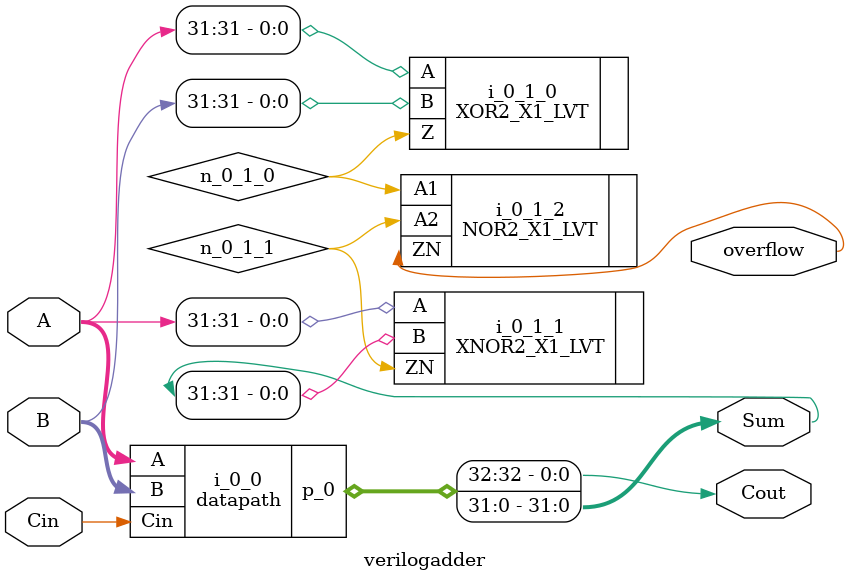
<source format=v>
/*
 * Created by 
   ../bin/Linux-x86_64-O/oasysGui 19.2-p002 on Thu May  6 00:14:02 2021
 * (C) Mentor Graphics Corporation
 */
/* CheckSum: 3286093571 */

module datapath(B, Cin, A, p_0);
   input [31:0]B;
   input Cin;
   input [31:0]A;
   output [32:0]p_0;

   FA_X1_LVT i_0 (.A(Cin), .B(A[0]), .CI(B[0]), .CO(n_0), .S(p_0[0]));
   FA_X1_LVT i_1 (.A(B[1]), .B(A[1]), .CI(n_0), .CO(n_1), .S(p_0[1]));
   FA_X1_LVT i_2 (.A(B[2]), .B(A[2]), .CI(n_1), .CO(n_2), .S(p_0[2]));
   FA_X1_LVT i_3 (.A(B[3]), .B(A[3]), .CI(n_2), .CO(n_3), .S(p_0[3]));
   FA_X1_LVT i_4 (.A(B[4]), .B(A[4]), .CI(n_3), .CO(n_4), .S(p_0[4]));
   FA_X1_LVT i_5 (.A(B[5]), .B(A[5]), .CI(n_4), .CO(n_5), .S(p_0[5]));
   FA_X1_LVT i_6 (.A(B[6]), .B(A[6]), .CI(n_5), .CO(n_6), .S(p_0[6]));
   FA_X1_LVT i_7 (.A(B[7]), .B(A[7]), .CI(n_6), .CO(n_7), .S(p_0[7]));
   FA_X1_LVT i_8 (.A(B[8]), .B(A[8]), .CI(n_7), .CO(n_8), .S(p_0[8]));
   FA_X1_LVT i_9 (.A(B[9]), .B(A[9]), .CI(n_8), .CO(n_9), .S(p_0[9]));
   FA_X1_LVT i_10 (.A(B[10]), .B(A[10]), .CI(n_9), .CO(n_10), .S(p_0[10]));
   FA_X1_LVT i_11 (.A(B[11]), .B(A[11]), .CI(n_10), .CO(n_11), .S(p_0[11]));
   FA_X1_LVT i_12 (.A(B[12]), .B(A[12]), .CI(n_11), .CO(n_12), .S(p_0[12]));
   FA_X1_LVT i_13 (.A(B[13]), .B(A[13]), .CI(n_12), .CO(n_13), .S(p_0[13]));
   FA_X1_LVT i_14 (.A(B[14]), .B(A[14]), .CI(n_13), .CO(n_14), .S(p_0[14]));
   FA_X1_LVT i_15 (.A(B[15]), .B(A[15]), .CI(n_14), .CO(n_15), .S(p_0[15]));
   FA_X1_LVT i_16 (.A(B[16]), .B(A[16]), .CI(n_15), .CO(n_16), .S(p_0[16]));
   FA_X1_LVT i_17 (.A(B[17]), .B(A[17]), .CI(n_16), .CO(n_17), .S(p_0[17]));
   FA_X1_LVT i_18 (.A(B[18]), .B(A[18]), .CI(n_17), .CO(n_18), .S(p_0[18]));
   FA_X1_LVT i_19 (.A(B[19]), .B(A[19]), .CI(n_18), .CO(n_19), .S(p_0[19]));
   FA_X1_LVT i_20 (.A(B[20]), .B(A[20]), .CI(n_19), .CO(n_20), .S(p_0[20]));
   FA_X1_LVT i_21 (.A(B[21]), .B(A[21]), .CI(n_20), .CO(n_21), .S(p_0[21]));
   FA_X1_LVT i_22 (.A(B[22]), .B(A[22]), .CI(n_21), .CO(n_22), .S(p_0[22]));
   FA_X1_LVT i_23 (.A(B[23]), .B(A[23]), .CI(n_22), .CO(n_23), .S(p_0[23]));
   FA_X1_LVT i_24 (.A(B[24]), .B(A[24]), .CI(n_23), .CO(n_24), .S(p_0[24]));
   FA_X1_LVT i_25 (.A(B[25]), .B(A[25]), .CI(n_24), .CO(n_25), .S(p_0[25]));
   FA_X1_LVT i_26 (.A(B[26]), .B(A[26]), .CI(n_25), .CO(n_26), .S(p_0[26]));
   FA_X1_LVT i_27 (.A(B[27]), .B(A[27]), .CI(n_26), .CO(n_27), .S(p_0[27]));
   FA_X1_LVT i_28 (.A(B[28]), .B(A[28]), .CI(n_27), .CO(n_28), .S(p_0[28]));
   FA_X1_LVT i_29 (.A(B[29]), .B(A[29]), .CI(n_28), .CO(n_29), .S(p_0[29]));
   FA_X1_LVT i_30 (.A(B[30]), .B(A[30]), .CI(n_29), .CO(n_30), .S(p_0[30]));
   FA_X1_LVT i_31 (.A(B[31]), .B(A[31]), .CI(n_30), .CO(p_0[32]), .S(p_0[31]));
endmodule

module verilogadder(A, B, Cin, Sum, Cout, overflow);
   input [31:0]A;
   input [31:0]B;
   input Cin;
   output [31:0]Sum;
   output Cout;
   output overflow;

   wire n_0_1_0;
   wire n_0_1_1;

   datapath i_0_0 (.B(B), .Cin(Cin), .A(A), .p_0({Cout, Sum[31], Sum[30], 
      Sum[29], Sum[28], Sum[27], Sum[26], Sum[25], Sum[24], Sum[23], Sum[22], 
      Sum[21], Sum[20], Sum[19], Sum[18], Sum[17], Sum[16], Sum[15], Sum[14], 
      Sum[13], Sum[12], Sum[11], Sum[10], Sum[9], Sum[8], Sum[7], Sum[6], Sum[5], 
      Sum[4], Sum[3], Sum[2], Sum[1], Sum[0]}));
   XOR2_X1_LVT i_0_1_0 (.A(A[31]), .B(B[31]), .Z(n_0_1_0));
   XNOR2_X1_LVT i_0_1_1 (.A(A[31]), .B(Sum[31]), .ZN(n_0_1_1));
   NOR2_X1_LVT i_0_1_2 (.A1(n_0_1_0), .A2(n_0_1_1), .ZN(overflow));
endmodule

</source>
